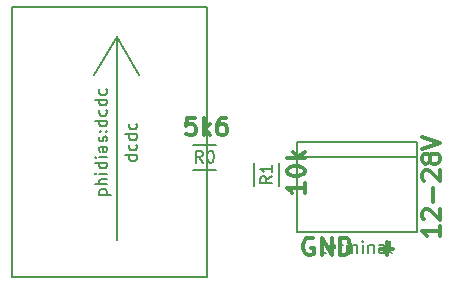
<source format=gbr>
G04 #@! TF.FileFunction,Legend,Top*
%FSLAX46Y46*%
G04 Gerber Fmt 4.6, Leading zero omitted, Abs format (unit mm)*
G04 Created by KiCad (PCBNEW 4.0.2+dfsg1-stable) date Sat 09 Apr 2016 11:20:45 AM EDT*
%MOMM*%
G01*
G04 APERTURE LIST*
%ADD10C,0.100000*%
%ADD11C,0.300000*%
%ADD12C,0.150000*%
G04 APERTURE END LIST*
D10*
D11*
X15938572Y-107143D02*
X17081429Y-107143D01*
X16510000Y-678571D02*
X16510000Y464286D01*
X305715Y10981429D02*
X-408571Y10981429D01*
X-480000Y10267143D01*
X-408571Y10338571D01*
X-265714Y10410000D01*
X91429Y10410000D01*
X234286Y10338571D01*
X305715Y10267143D01*
X377143Y10124286D01*
X377143Y9767143D01*
X305715Y9624286D01*
X234286Y9552857D01*
X91429Y9481429D01*
X-265714Y9481429D01*
X-408571Y9552857D01*
X-480000Y9624286D01*
X1020000Y9481429D02*
X1020000Y10981429D01*
X1162857Y10052857D02*
X1591428Y9481429D01*
X1591428Y10481429D02*
X1020000Y9910000D01*
X2877143Y10981429D02*
X2591429Y10981429D01*
X2448572Y10910000D01*
X2377143Y10838571D01*
X2234286Y10624286D01*
X2162857Y10338571D01*
X2162857Y9767143D01*
X2234286Y9624286D01*
X2305714Y9552857D01*
X2448572Y9481429D01*
X2734286Y9481429D01*
X2877143Y9552857D01*
X2948572Y9624286D01*
X3020000Y9767143D01*
X3020000Y10124286D01*
X2948572Y10267143D01*
X2877143Y10338571D01*
X2734286Y10410000D01*
X2448572Y10410000D01*
X2305714Y10338571D01*
X2234286Y10267143D01*
X2162857Y10124286D01*
X9568571Y5457143D02*
X9568571Y4600000D01*
X9568571Y5028572D02*
X8068571Y5028572D01*
X8282857Y4885715D01*
X8425714Y4742857D01*
X8497143Y4600000D01*
X8068571Y6385714D02*
X8068571Y6528571D01*
X8140000Y6671428D01*
X8211429Y6742857D01*
X8354286Y6814286D01*
X8640000Y6885714D01*
X8997143Y6885714D01*
X9282857Y6814286D01*
X9425714Y6742857D01*
X9497143Y6671428D01*
X9568571Y6528571D01*
X9568571Y6385714D01*
X9497143Y6242857D01*
X9425714Y6171428D01*
X9282857Y6100000D01*
X8997143Y6028571D01*
X8640000Y6028571D01*
X8354286Y6100000D01*
X8211429Y6171428D01*
X8140000Y6242857D01*
X8068571Y6385714D01*
X9568571Y7528571D02*
X8068571Y7528571D01*
X8997143Y7671428D02*
X9568571Y8099999D01*
X8568571Y8099999D02*
X9140000Y7528571D01*
X10287143Y750000D02*
X10144286Y821429D01*
X9930000Y821429D01*
X9715715Y750000D01*
X9572857Y607143D01*
X9501429Y464286D01*
X9430000Y178571D01*
X9430000Y-35714D01*
X9501429Y-321429D01*
X9572857Y-464286D01*
X9715715Y-607143D01*
X9930000Y-678571D01*
X10072857Y-678571D01*
X10287143Y-607143D01*
X10358572Y-535714D01*
X10358572Y-35714D01*
X10072857Y-35714D01*
X11001429Y-678571D02*
X11001429Y821429D01*
X11858572Y-678571D01*
X11858572Y821429D01*
X12572858Y-678571D02*
X12572858Y821429D01*
X12930001Y821429D01*
X13144286Y750000D01*
X13287144Y607143D01*
X13358572Y464286D01*
X13430001Y178571D01*
X13430001Y-35714D01*
X13358572Y-321429D01*
X13287144Y-464286D01*
X13144286Y-607143D01*
X12930001Y-678571D01*
X12572858Y-678571D01*
X20998571Y1794287D02*
X20998571Y937144D01*
X20998571Y1365716D02*
X19498571Y1365716D01*
X19712857Y1222859D01*
X19855714Y1080001D01*
X19927143Y937144D01*
X19641429Y2365715D02*
X19570000Y2437144D01*
X19498571Y2580001D01*
X19498571Y2937144D01*
X19570000Y3080001D01*
X19641429Y3151430D01*
X19784286Y3222858D01*
X19927143Y3222858D01*
X20141429Y3151430D01*
X20998571Y2294287D01*
X20998571Y3222858D01*
X20427143Y3865715D02*
X20427143Y5008572D01*
X19641429Y5651429D02*
X19570000Y5722858D01*
X19498571Y5865715D01*
X19498571Y6222858D01*
X19570000Y6365715D01*
X19641429Y6437144D01*
X19784286Y6508572D01*
X19927143Y6508572D01*
X20141429Y6437144D01*
X20998571Y5580001D01*
X20998571Y6508572D01*
X20141429Y7365715D02*
X20070000Y7222857D01*
X19998571Y7151429D01*
X19855714Y7080000D01*
X19784286Y7080000D01*
X19641429Y7151429D01*
X19570000Y7222857D01*
X19498571Y7365715D01*
X19498571Y7651429D01*
X19570000Y7794286D01*
X19641429Y7865715D01*
X19784286Y7937143D01*
X19855714Y7937143D01*
X19998571Y7865715D01*
X20070000Y7794286D01*
X20141429Y7651429D01*
X20141429Y7365715D01*
X20212857Y7222857D01*
X20284286Y7151429D01*
X20427143Y7080000D01*
X20712857Y7080000D01*
X20855714Y7151429D01*
X20927143Y7222857D01*
X20998571Y7365715D01*
X20998571Y7651429D01*
X20927143Y7794286D01*
X20855714Y7865715D01*
X20712857Y7937143D01*
X20427143Y7937143D01*
X20284286Y7865715D01*
X20212857Y7794286D01*
X20141429Y7651429D01*
X19498571Y8365714D02*
X20998571Y8865714D01*
X19498571Y9365714D01*
D12*
X2090000Y6545000D02*
X90000Y6545000D01*
X90000Y8695000D02*
X2090000Y8695000D01*
X5275000Y5170000D02*
X5275000Y7170000D01*
X7425000Y7170000D02*
X7425000Y5170000D01*
X8890000Y7620000D02*
X19050000Y7620000D01*
X8890000Y8890000D02*
X8890000Y1270000D01*
X8890000Y1270000D02*
X19050000Y1270000D01*
X19050000Y1270000D02*
X19050000Y8890000D01*
X19050000Y8890000D02*
X8890000Y8890000D01*
X-6350000Y17780000D02*
X-4445000Y14605000D01*
X-6350000Y17780000D02*
X-8255000Y14605000D01*
X-6350000Y635000D02*
X-6350000Y17780000D01*
X-15240000Y-2540000D02*
X-15240000Y20320000D01*
X-15240000Y20320000D02*
X1270000Y20320000D01*
X1270000Y20320000D02*
X1270000Y-2540000D01*
X1270000Y-2540000D02*
X-15240000Y-2540000D01*
X923334Y7167619D02*
X590000Y7643810D01*
X351905Y7167619D02*
X351905Y8167619D01*
X732858Y8167619D01*
X828096Y8120000D01*
X875715Y8072381D01*
X923334Y7977143D01*
X923334Y7834286D01*
X875715Y7739048D01*
X828096Y7691429D01*
X732858Y7643810D01*
X351905Y7643810D01*
X1542381Y8167619D02*
X1637620Y8167619D01*
X1732858Y8120000D01*
X1780477Y8072381D01*
X1828096Y7977143D01*
X1875715Y7786667D01*
X1875715Y7548571D01*
X1828096Y7358095D01*
X1780477Y7262857D01*
X1732858Y7215238D01*
X1637620Y7167619D01*
X1542381Y7167619D01*
X1447143Y7215238D01*
X1399524Y7262857D01*
X1351905Y7358095D01*
X1304286Y7548571D01*
X1304286Y7786667D01*
X1351905Y7977143D01*
X1399524Y8072381D01*
X1447143Y8120000D01*
X1542381Y8167619D01*
X6802381Y6003334D02*
X6326190Y5670000D01*
X6802381Y5431905D02*
X5802381Y5431905D01*
X5802381Y5812858D01*
X5850000Y5908096D01*
X5897619Y5955715D01*
X5992857Y6003334D01*
X6135714Y6003334D01*
X6230952Y5955715D01*
X6278571Y5908096D01*
X6326190Y5812858D01*
X6326190Y5431905D01*
X6802381Y6955715D02*
X6802381Y6384286D01*
X6802381Y6670000D02*
X5802381Y6670000D01*
X5945238Y6574762D01*
X6040476Y6479524D01*
X6088095Y6384286D01*
X10970000Y214286D02*
X11350952Y214286D01*
X11112857Y547619D02*
X11112857Y-309524D01*
X11160476Y-404762D01*
X11255714Y-452381D01*
X11350952Y-452381D01*
X12065239Y-404762D02*
X11970001Y-452381D01*
X11779524Y-452381D01*
X11684286Y-404762D01*
X11636667Y-309524D01*
X11636667Y71429D01*
X11684286Y166667D01*
X11779524Y214286D01*
X11970001Y214286D01*
X12065239Y166667D01*
X12112858Y71429D01*
X12112858Y-23810D01*
X11636667Y-119048D01*
X12541429Y-452381D02*
X12541429Y214286D01*
X12541429Y23810D02*
X12589048Y119048D01*
X12636667Y166667D01*
X12731905Y214286D01*
X12827144Y214286D01*
X13160477Y-452381D02*
X13160477Y214286D01*
X13160477Y119048D02*
X13208096Y166667D01*
X13303334Y214286D01*
X13446192Y214286D01*
X13541430Y166667D01*
X13589049Y71429D01*
X13589049Y-452381D01*
X13589049Y71429D02*
X13636668Y166667D01*
X13731906Y214286D01*
X13874763Y214286D01*
X13970001Y166667D01*
X14017620Y71429D01*
X14017620Y-452381D01*
X14493810Y-452381D02*
X14493810Y214286D01*
X14493810Y547619D02*
X14446191Y500000D01*
X14493810Y452381D01*
X14541429Y500000D01*
X14493810Y547619D01*
X14493810Y452381D01*
X14970000Y214286D02*
X14970000Y-452381D01*
X14970000Y119048D02*
X15017619Y166667D01*
X15112857Y214286D01*
X15255715Y214286D01*
X15350953Y166667D01*
X15398572Y71429D01*
X15398572Y-452381D01*
X16303334Y-452381D02*
X16303334Y71429D01*
X16255715Y166667D01*
X16160477Y214286D01*
X15970000Y214286D01*
X15874762Y166667D01*
X16303334Y-404762D02*
X16208096Y-452381D01*
X15970000Y-452381D01*
X15874762Y-404762D01*
X15827143Y-309524D01*
X15827143Y-214286D01*
X15874762Y-119048D01*
X15970000Y-71429D01*
X16208096Y-71429D01*
X16303334Y-23810D01*
X16922381Y-452381D02*
X16827143Y-404762D01*
X16779524Y-309524D01*
X16779524Y547619D01*
X-4627619Y7794762D02*
X-5627619Y7794762D01*
X-4675238Y7794762D02*
X-4627619Y7699524D01*
X-4627619Y7509047D01*
X-4675238Y7413809D01*
X-4722857Y7366190D01*
X-4818095Y7318571D01*
X-5103810Y7318571D01*
X-5199048Y7366190D01*
X-5246667Y7413809D01*
X-5294286Y7509047D01*
X-5294286Y7699524D01*
X-5246667Y7794762D01*
X-4675238Y8699524D02*
X-4627619Y8604286D01*
X-4627619Y8413809D01*
X-4675238Y8318571D01*
X-4722857Y8270952D01*
X-4818095Y8223333D01*
X-5103810Y8223333D01*
X-5199048Y8270952D01*
X-5246667Y8318571D01*
X-5294286Y8413809D01*
X-5294286Y8604286D01*
X-5246667Y8699524D01*
X-4627619Y9556667D02*
X-5627619Y9556667D01*
X-4675238Y9556667D02*
X-4627619Y9461429D01*
X-4627619Y9270952D01*
X-4675238Y9175714D01*
X-4722857Y9128095D01*
X-4818095Y9080476D01*
X-5103810Y9080476D01*
X-5199048Y9128095D01*
X-5246667Y9175714D01*
X-5294286Y9270952D01*
X-5294286Y9461429D01*
X-5246667Y9556667D01*
X-4675238Y10461429D02*
X-4627619Y10366191D01*
X-4627619Y10175714D01*
X-4675238Y10080476D01*
X-4722857Y10032857D01*
X-4818095Y9985238D01*
X-5103810Y9985238D01*
X-5199048Y10032857D01*
X-5246667Y10080476D01*
X-5294286Y10175714D01*
X-5294286Y10366191D01*
X-5246667Y10461429D01*
X-7834286Y4437619D02*
X-6834286Y4437619D01*
X-7786667Y4437619D02*
X-7834286Y4532857D01*
X-7834286Y4723334D01*
X-7786667Y4818572D01*
X-7739048Y4866191D01*
X-7643810Y4913810D01*
X-7358095Y4913810D01*
X-7262857Y4866191D01*
X-7215238Y4818572D01*
X-7167619Y4723334D01*
X-7167619Y4532857D01*
X-7215238Y4437619D01*
X-7167619Y5342381D02*
X-8167619Y5342381D01*
X-7167619Y5770953D02*
X-7691429Y5770953D01*
X-7786667Y5723334D01*
X-7834286Y5628096D01*
X-7834286Y5485238D01*
X-7786667Y5390000D01*
X-7739048Y5342381D01*
X-7167619Y6247143D02*
X-7834286Y6247143D01*
X-8167619Y6247143D02*
X-8120000Y6199524D01*
X-8072381Y6247143D01*
X-8120000Y6294762D01*
X-8167619Y6247143D01*
X-8072381Y6247143D01*
X-7167619Y7151905D02*
X-8167619Y7151905D01*
X-7215238Y7151905D02*
X-7167619Y7056667D01*
X-7167619Y6866190D01*
X-7215238Y6770952D01*
X-7262857Y6723333D01*
X-7358095Y6675714D01*
X-7643810Y6675714D01*
X-7739048Y6723333D01*
X-7786667Y6770952D01*
X-7834286Y6866190D01*
X-7834286Y7056667D01*
X-7786667Y7151905D01*
X-7167619Y7628095D02*
X-7834286Y7628095D01*
X-8167619Y7628095D02*
X-8120000Y7580476D01*
X-8072381Y7628095D01*
X-8120000Y7675714D01*
X-8167619Y7628095D01*
X-8072381Y7628095D01*
X-7167619Y8532857D02*
X-7691429Y8532857D01*
X-7786667Y8485238D01*
X-7834286Y8390000D01*
X-7834286Y8199523D01*
X-7786667Y8104285D01*
X-7215238Y8532857D02*
X-7167619Y8437619D01*
X-7167619Y8199523D01*
X-7215238Y8104285D01*
X-7310476Y8056666D01*
X-7405714Y8056666D01*
X-7500952Y8104285D01*
X-7548571Y8199523D01*
X-7548571Y8437619D01*
X-7596190Y8532857D01*
X-7215238Y8961428D02*
X-7167619Y9056666D01*
X-7167619Y9247142D01*
X-7215238Y9342381D01*
X-7310476Y9390000D01*
X-7358095Y9390000D01*
X-7453333Y9342381D01*
X-7500952Y9247142D01*
X-7500952Y9104285D01*
X-7548571Y9009047D01*
X-7643810Y8961428D01*
X-7691429Y8961428D01*
X-7786667Y9009047D01*
X-7834286Y9104285D01*
X-7834286Y9247142D01*
X-7786667Y9342381D01*
X-7262857Y9818571D02*
X-7215238Y9866190D01*
X-7167619Y9818571D01*
X-7215238Y9770952D01*
X-7262857Y9818571D01*
X-7167619Y9818571D01*
X-7786667Y9818571D02*
X-7739048Y9866190D01*
X-7691429Y9818571D01*
X-7739048Y9770952D01*
X-7786667Y9818571D01*
X-7691429Y9818571D01*
X-7167619Y10723333D02*
X-8167619Y10723333D01*
X-7215238Y10723333D02*
X-7167619Y10628095D01*
X-7167619Y10437618D01*
X-7215238Y10342380D01*
X-7262857Y10294761D01*
X-7358095Y10247142D01*
X-7643810Y10247142D01*
X-7739048Y10294761D01*
X-7786667Y10342380D01*
X-7834286Y10437618D01*
X-7834286Y10628095D01*
X-7786667Y10723333D01*
X-7215238Y11628095D02*
X-7167619Y11532857D01*
X-7167619Y11342380D01*
X-7215238Y11247142D01*
X-7262857Y11199523D01*
X-7358095Y11151904D01*
X-7643810Y11151904D01*
X-7739048Y11199523D01*
X-7786667Y11247142D01*
X-7834286Y11342380D01*
X-7834286Y11532857D01*
X-7786667Y11628095D01*
X-7167619Y12485238D02*
X-8167619Y12485238D01*
X-7215238Y12485238D02*
X-7167619Y12390000D01*
X-7167619Y12199523D01*
X-7215238Y12104285D01*
X-7262857Y12056666D01*
X-7358095Y12009047D01*
X-7643810Y12009047D01*
X-7739048Y12056666D01*
X-7786667Y12104285D01*
X-7834286Y12199523D01*
X-7834286Y12390000D01*
X-7786667Y12485238D01*
X-7215238Y13390000D02*
X-7167619Y13294762D01*
X-7167619Y13104285D01*
X-7215238Y13009047D01*
X-7262857Y12961428D01*
X-7358095Y12913809D01*
X-7643810Y12913809D01*
X-7739048Y12961428D01*
X-7786667Y13009047D01*
X-7834286Y13104285D01*
X-7834286Y13294762D01*
X-7786667Y13390000D01*
M02*

</source>
